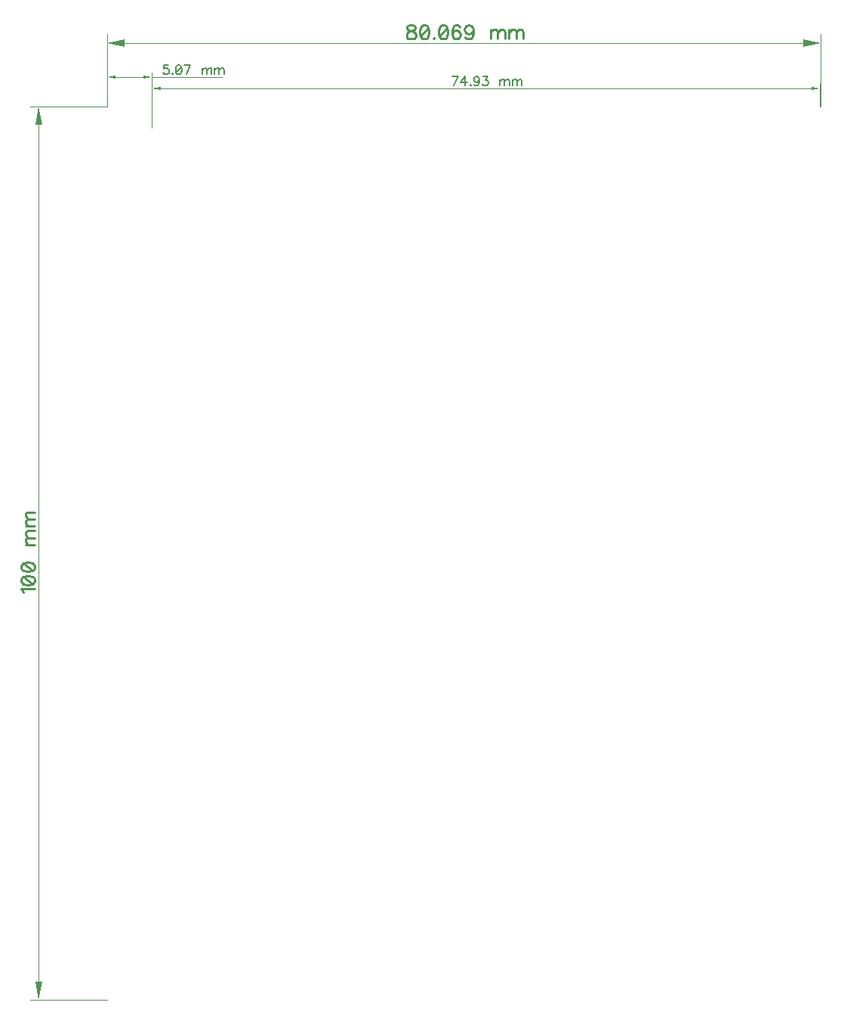
<source format=gbr>
G04 DipTrace 4.3.0.5*
G04 TopDimension.gbr*
%MOMM*%
G04 #@! TF.FileFunction,Drawing,Top*
G04 #@! TF.Part,Single*
%ADD15C,0.035*%
%ADD86C,0.15686*%
%ADD88C,0.23529*%
%FSLAX35Y35*%
G04*
G71*
G90*
G75*
G01*
G04 TopDimension*
%LPD*%
X-8000000Y5000000D2*
D15*
X-8863000D1*
X-8000000Y-5000000D2*
X-8863000D1*
X-8763000Y0D2*
Y4800000D1*
G36*
Y5000000D2*
X-8723000Y4800000D1*
X-8803000D1*
X-8763000Y5000000D1*
G37*
Y0D2*
D15*
Y-4800000D1*
G36*
Y-5000000D2*
X-8803000Y-4800000D1*
X-8723000D1*
X-8763000Y-5000000D1*
G37*
X-8000000Y5000000D2*
D15*
Y5815000D1*
X6877Y5000000D2*
Y5815000D1*
X-3996562Y5715000D2*
X-7800000D1*
G36*
X-8000000D2*
X-7800000Y5755000D1*
Y5675000D1*
X-8000000Y5715000D1*
G37*
X-3996562D2*
D15*
X-193123D1*
G36*
X6877D2*
X-193123Y5675000D1*
Y5755000D1*
X6877Y5715000D1*
G37*
X-8000000Y5000000D2*
D15*
Y5384000D1*
X-7493000Y4763127D2*
Y5384000D1*
X-7746500Y5334000D2*
X-7900000D1*
G36*
X-8000000D2*
X-7900000Y5354000D1*
Y5314000D1*
X-8000000Y5334000D1*
G37*
X-7746500D2*
D15*
X-7593000D1*
G36*
X-7493000D2*
X-7593000Y5314000D1*
Y5354000D1*
X-7493000Y5334000D1*
G37*
X-6709375D2*
D15*
X-7493000D1*
X0Y5000000D2*
Y5257000D1*
X-7493000Y4763127D2*
Y5257000D1*
X-3746500Y5207000D2*
X-100000D1*
G36*
X0D2*
X-100000Y5187000D1*
Y5227000D1*
X0Y5207000D1*
G37*
X-3746500D2*
D15*
X-7393000D1*
G36*
X-7493000D2*
X-7393000Y5227000D1*
Y5187000D1*
X-7493000Y5207000D1*
G37*
X-8933342Y-437330D2*
D88*
X-8940755Y-422674D1*
X-8962486Y-400774D1*
X-8809523D1*
X-8962486Y-309915D2*
X-8955242Y-331815D1*
X-8933342Y-346472D1*
X-8896955Y-353715D1*
X-8875055D1*
X-8838667Y-346472D1*
X-8816767Y-331815D1*
X-8809523Y-309915D1*
Y-295428D1*
X-8816767Y-273528D1*
X-8838667Y-259040D1*
X-8875055Y-251628D1*
X-8896955D1*
X-8933342Y-259040D1*
X-8955242Y-273528D1*
X-8962486Y-295428D1*
Y-309915D1*
X-8933342Y-259040D2*
X-8838667Y-346472D1*
X-8962486Y-160769D2*
X-8955242Y-182669D1*
X-8933342Y-197325D1*
X-8896955Y-204569D1*
X-8875055D1*
X-8838667Y-197325D1*
X-8816767Y-182669D1*
X-8809523Y-160769D1*
Y-146281D1*
X-8816767Y-124381D1*
X-8838667Y-109894D1*
X-8875055Y-102481D1*
X-8896955D1*
X-8933342Y-109894D1*
X-8955242Y-124381D1*
X-8962486Y-146281D1*
Y-160769D1*
X-8933342Y-109894D2*
X-8838667Y-197325D1*
X-8911611Y92713D2*
X-8809523D1*
X-8882467D2*
X-8904367Y114613D1*
X-8911611Y129269D1*
Y151001D1*
X-8904367Y165657D1*
X-8882467Y172901D1*
X-8809523D1*
X-8882467D2*
X-8904367Y194801D1*
X-8911611Y209457D1*
Y231189D1*
X-8904367Y245845D1*
X-8882467Y253257D1*
X-8809523D1*
X-8911611Y300316D2*
X-8809523D1*
X-8882467D2*
X-8904367Y322216D1*
X-8911611Y336872D1*
Y358604D1*
X-8904367Y373260D1*
X-8882467Y380504D1*
X-8809523D1*
X-8882467D2*
X-8904367Y402404D1*
X-8911611Y417060D1*
Y438791D1*
X-8904367Y453448D1*
X-8882467Y460860D1*
X-8809523D1*
X-4602862Y5914486D2*
X-4624593Y5907242D1*
X-4632006Y5892755D1*
Y5878098D1*
X-4624593Y5863611D1*
X-4610106Y5856198D1*
X-4580962Y5848955D1*
X-4559062Y5841711D1*
X-4544574Y5827055D1*
X-4537330Y5812567D1*
Y5790667D1*
X-4544574Y5776179D1*
X-4551818Y5768767D1*
X-4573718Y5761523D1*
X-4602862D1*
X-4624593Y5768767D1*
X-4632006Y5776179D1*
X-4639250Y5790667D1*
Y5812567D1*
X-4632006Y5827055D1*
X-4617350Y5841711D1*
X-4595618Y5848955D1*
X-4566474Y5856198D1*
X-4551818Y5863611D1*
X-4544574Y5878098D1*
Y5892755D1*
X-4551818Y5907242D1*
X-4573718Y5914486D1*
X-4602862D1*
X-4446472D2*
X-4468372Y5907242D1*
X-4483028Y5885342D1*
X-4490272Y5848955D1*
Y5827055D1*
X-4483028Y5790667D1*
X-4468372Y5768767D1*
X-4446472Y5761523D1*
X-4431984D1*
X-4410084Y5768767D1*
X-4395596Y5790667D1*
X-4388184Y5827055D1*
Y5848955D1*
X-4395596Y5885342D1*
X-4410084Y5907242D1*
X-4431984Y5914486D1*
X-4446472D1*
X-4395596Y5885342D2*
X-4483028Y5790667D1*
X-4333881Y5776179D2*
X-4341125Y5768767D1*
X-4333881Y5761523D1*
X-4326469Y5768767D1*
X-4333881Y5776179D1*
X-4235610Y5914486D2*
X-4257510Y5907242D1*
X-4272166Y5885342D1*
X-4279410Y5848955D1*
Y5827055D1*
X-4272166Y5790667D1*
X-4257510Y5768767D1*
X-4235610Y5761523D1*
X-4221122D1*
X-4199222Y5768767D1*
X-4184735Y5790667D1*
X-4177322Y5827055D1*
Y5848955D1*
X-4184735Y5885342D1*
X-4199222Y5907242D1*
X-4221122Y5914486D1*
X-4235610D1*
X-4184735Y5885342D2*
X-4272166Y5790667D1*
X-4042832Y5892755D2*
X-4050076Y5907242D1*
X-4071976Y5914486D1*
X-4086463D1*
X-4108363Y5907242D1*
X-4123020Y5885342D1*
X-4130263Y5848955D1*
Y5812567D1*
X-4123020Y5783423D1*
X-4108363Y5768767D1*
X-4086463Y5761523D1*
X-4079220D1*
X-4057488Y5768767D1*
X-4042832Y5783423D1*
X-4035588Y5805323D1*
Y5812567D1*
X-4042832Y5834467D1*
X-4057488Y5848955D1*
X-4079220Y5856198D1*
X-4086463D1*
X-4108363Y5848955D1*
X-4123020Y5834467D1*
X-4130263Y5812567D1*
X-3893685Y5863611D2*
X-3901098Y5841711D1*
X-3915585Y5827055D1*
X-3937485Y5819811D1*
X-3944729D1*
X-3966629Y5827055D1*
X-3981117Y5841711D1*
X-3988529Y5863611D1*
Y5870855D1*
X-3981117Y5892755D1*
X-3966629Y5907242D1*
X-3944729Y5914486D1*
X-3937485D1*
X-3915585Y5907242D1*
X-3901098Y5892755D1*
X-3893685Y5863611D1*
Y5827055D1*
X-3901098Y5790667D1*
X-3915585Y5768767D1*
X-3937485Y5761523D1*
X-3951973D1*
X-3973873Y5768767D1*
X-3981117Y5783423D1*
X-3698491Y5863611D2*
Y5761523D1*
Y5834467D2*
X-3676591Y5856367D1*
X-3661935Y5863611D1*
X-3640203D1*
X-3625547Y5856367D1*
X-3618303Y5834467D1*
Y5761523D1*
Y5834467D2*
X-3596403Y5856367D1*
X-3581747Y5863611D1*
X-3560015D1*
X-3545359Y5856367D1*
X-3537947Y5834467D1*
Y5761523D1*
X-3490888Y5863611D2*
Y5761523D1*
Y5834467D2*
X-3468988Y5856367D1*
X-3454332Y5863611D1*
X-3432601D1*
X-3417944Y5856367D1*
X-3410701Y5834467D1*
Y5761523D1*
Y5834467D2*
X-3388801Y5856367D1*
X-3374144Y5863611D1*
X-3352413D1*
X-3337757Y5856367D1*
X-3330344Y5834467D1*
Y5761523D1*
X-7311183Y5466991D2*
D86*
X-7359700D1*
X-7364529Y5423303D1*
X-7359700Y5428132D1*
X-7345100Y5433074D1*
X-7330612D1*
X-7316012Y5428132D1*
X-7306241Y5418474D1*
X-7301412Y5403874D1*
Y5394215D1*
X-7306241Y5379615D1*
X-7316012Y5369845D1*
X-7330612Y5365015D1*
X-7345100D1*
X-7359700Y5369845D1*
X-7364529Y5374786D1*
X-7369471Y5384445D1*
X-7265210Y5374786D2*
X-7270040Y5369845D1*
X-7265210Y5365015D1*
X-7260269Y5369845D1*
X-7265210Y5374786D1*
X-7199696Y5466991D2*
X-7214296Y5462161D1*
X-7224067Y5447561D1*
X-7228896Y5423303D1*
Y5408703D1*
X-7224067Y5384445D1*
X-7214296Y5369845D1*
X-7199696Y5365015D1*
X-7190038D1*
X-7175438Y5369845D1*
X-7165779Y5384445D1*
X-7160838Y5408703D1*
Y5423303D1*
X-7165779Y5447561D1*
X-7175438Y5462161D1*
X-7190038Y5466991D1*
X-7199696D1*
X-7165779Y5447561D2*
X-7224067Y5384445D1*
X-7110036Y5365015D2*
X-7061407Y5466991D1*
X-7129465D1*
X-6931277Y5433074D2*
Y5365015D1*
Y5413645D2*
X-6916677Y5428245D1*
X-6906906Y5433074D1*
X-6892419D1*
X-6882648Y5428245D1*
X-6877819Y5413645D1*
Y5365015D1*
Y5413645D2*
X-6863219Y5428245D1*
X-6853448Y5433074D1*
X-6838960D1*
X-6829189Y5428245D1*
X-6824248Y5413645D1*
Y5365015D1*
X-6792875Y5433074D2*
Y5365015D1*
Y5413645D2*
X-6778275Y5428245D1*
X-6768505Y5433074D1*
X-6754017D1*
X-6744246Y5428245D1*
X-6739417Y5413645D1*
Y5365015D1*
Y5413645D2*
X-6724817Y5428245D1*
X-6715046Y5433074D1*
X-6700558D1*
X-6690788Y5428245D1*
X-6685846Y5413645D1*
Y5365015D1*
X-4110755Y5238015D2*
X-4062126Y5339991D1*
X-4130185D1*
X-3982124Y5238015D2*
Y5339991D1*
X-4030754Y5272045D1*
X-3957866D1*
X-3921664Y5247786D2*
X-3926493Y5242845D1*
X-3921664Y5238015D1*
X-3916723Y5242845D1*
X-3921664Y5247786D1*
X-3822121Y5306074D2*
X-3827062Y5291474D1*
X-3836721Y5281703D1*
X-3851321Y5276874D1*
X-3856150D1*
X-3870750Y5281703D1*
X-3880409Y5291474D1*
X-3885350Y5306074D1*
Y5310903D1*
X-3880409Y5325503D1*
X-3870750Y5335161D1*
X-3856150Y5339991D1*
X-3851321D1*
X-3836721Y5335161D1*
X-3827062Y5325503D1*
X-3822121Y5306074D1*
Y5281703D1*
X-3827062Y5257445D1*
X-3836721Y5242845D1*
X-3851321Y5238015D1*
X-3860979D1*
X-3875579Y5242845D1*
X-3880409Y5252615D1*
X-3780978Y5339991D2*
X-3727631D1*
X-3756719Y5301132D1*
X-3742119D1*
X-3732461Y5296303D1*
X-3727631Y5291474D1*
X-3722690Y5276874D1*
Y5267215D1*
X-3727631Y5252615D1*
X-3737290Y5242845D1*
X-3751890Y5238015D1*
X-3766490D1*
X-3780978Y5242845D1*
X-3785807Y5247786D1*
X-3790748Y5257445D1*
X-3592560Y5306074D2*
Y5238015D1*
Y5286645D2*
X-3577960Y5301245D1*
X-3568189Y5306074D1*
X-3553702D1*
X-3543931Y5301245D1*
X-3539102Y5286645D1*
Y5238015D1*
Y5286645D2*
X-3524502Y5301245D1*
X-3514731Y5306074D1*
X-3500243D1*
X-3490472Y5301245D1*
X-3485531Y5286645D1*
Y5238015D1*
X-3454158Y5306074D2*
Y5238015D1*
Y5286645D2*
X-3439558Y5301245D1*
X-3429788Y5306074D1*
X-3415300D1*
X-3405529Y5301245D1*
X-3400700Y5286645D1*
Y5238015D1*
Y5286645D2*
X-3386100Y5301245D1*
X-3376329Y5306074D1*
X-3361841D1*
X-3352071Y5301245D1*
X-3347129Y5286645D1*
Y5238015D1*
M02*

</source>
